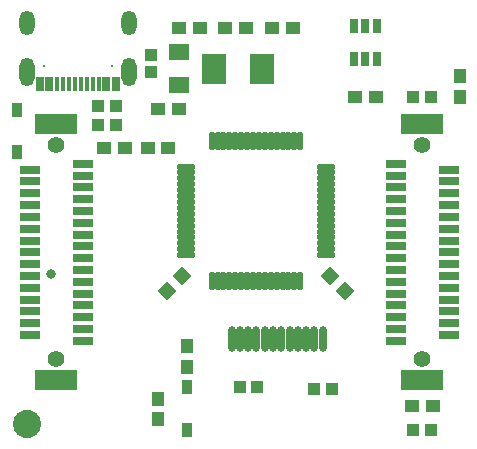
<source format=gbs>
G04*
G04 #@! TF.GenerationSoftware,Altium Limited,Altium Designer,21.2.1 (34)*
G04*
G04 Layer_Color=16711935*
%FSLAX25Y25*%
%MOIN*%
G70*
G04*
G04 #@! TF.SameCoordinates,2553E21A-E740-48D2-A68A-D9BBB884D7A6*
G04*
G04*
G04 #@! TF.FilePolarity,Negative*
G04*
G01*
G75*
%ADD32R,0.03950X0.04147*%
%ADD33R,0.04600X0.04300*%
%ADD37C,0.00800*%
%ADD38O,0.05120X0.09460*%
%ADD39O,0.05120X0.08270*%
%ADD40C,0.05600*%
%ADD41C,0.09400*%
%ADD42C,0.03300*%
%ADD65R,0.02754X0.04924*%
%ADD66R,0.01574X0.04924*%
%ADD67R,0.04147X0.03950*%
%ADD68R,0.14186X0.06706*%
%ADD69R,0.06706X0.03162*%
%ADD70R,0.04300X0.04600*%
%ADD71R,0.02572X0.04737*%
G04:AMPARAMS|DCode=72|XSize=46mil|YSize=43mil|CornerRadius=0mil|HoleSize=0mil|Usage=FLASHONLY|Rotation=45.000|XOffset=0mil|YOffset=0mil|HoleType=Round|Shape=Rectangle|*
%AMROTATEDRECTD72*
4,1,4,-0.00106,-0.03147,-0.03147,-0.00106,0.00106,0.03147,0.03147,0.00106,-0.00106,-0.03147,0.0*
%
%ADD72ROTATEDRECTD72*%

%ADD73R,0.03753X0.04737*%
%ADD74O,0.01981X0.06312*%
%ADD75O,0.06312X0.01981*%
%ADD76O,0.02375X0.08674*%
G04:AMPARAMS|DCode=77|XSize=46mil|YSize=43mil|CornerRadius=0mil|HoleSize=0mil|Usage=FLASHONLY|Rotation=315.000|XOffset=0mil|YOffset=0mil|HoleType=Round|Shape=Rectangle|*
%AMROTATEDRECTD77*
4,1,4,-0.03147,0.00106,-0.00106,0.03147,0.03147,-0.00106,0.00106,-0.03147,-0.03147,0.00106,0.0*
%
%ADD77ROTATEDRECTD77*%

%ADD78R,0.07880X0.09850*%
%ADD79R,0.06706X0.05524*%
D32*
X451626Y199000D02*
D03*
X457374D02*
D03*
X346626Y307000D02*
D03*
X352374D02*
D03*
X451626Y310000D02*
D03*
X457374D02*
D03*
X352374Y300500D02*
D03*
X346626D02*
D03*
X399563Y213173D02*
D03*
X393815D02*
D03*
X424366Y212563D02*
D03*
X418618D02*
D03*
D33*
X432100Y310000D02*
D03*
X439000D02*
D03*
X348500Y293000D02*
D03*
X355400D02*
D03*
X404477Y332863D02*
D03*
X411377D02*
D03*
X458000Y207000D02*
D03*
X451100D02*
D03*
X369900Y293000D02*
D03*
X363000D02*
D03*
X395737Y332863D02*
D03*
X388837Y332863D02*
D03*
X380362D02*
D03*
X373462D02*
D03*
X366562Y305859D02*
D03*
X373462Y305859D02*
D03*
D37*
X351157Y320363D02*
D03*
X328401D02*
D03*
D38*
X322768Y318276D02*
D03*
X356788D02*
D03*
D39*
Y334606D02*
D03*
X322768D02*
D03*
D40*
X332610Y293788D02*
D03*
Y222528D02*
D03*
X454658Y293788D02*
D03*
Y222528D02*
D03*
D41*
X322768Y200874D02*
D03*
D42*
X330821Y250821D02*
D03*
D65*
X352378Y314126D02*
D03*
X349228D02*
D03*
X330328Y314136D02*
D03*
X327178D02*
D03*
D66*
X346668Y314126D02*
D03*
X344698D02*
D03*
X342728D02*
D03*
X340758D02*
D03*
X338798D02*
D03*
X336828D02*
D03*
X334858Y314116D02*
D03*
X332888Y314126D02*
D03*
D67*
X364300Y318226D02*
D03*
Y323974D02*
D03*
D68*
X332611Y300875D02*
D03*
Y215442D02*
D03*
X454657Y300874D02*
D03*
Y215441D02*
D03*
D69*
X341469Y228630D02*
D03*
X323752Y230599D02*
D03*
X341469Y232568D02*
D03*
X323752Y234536D02*
D03*
X341469Y236505D02*
D03*
X323752Y238473D02*
D03*
X341469Y240441D02*
D03*
X323752Y242410D02*
D03*
X341469Y244378D02*
D03*
X323752Y246347D02*
D03*
X341469Y248316D02*
D03*
X323752Y250284D02*
D03*
X341469Y252253D02*
D03*
X323752Y254221D02*
D03*
X341469Y256190D02*
D03*
X323752Y258158D02*
D03*
X341469Y260127D02*
D03*
X323752Y262095D02*
D03*
X341469Y264064D02*
D03*
X323752Y266032D02*
D03*
X341469Y268001D02*
D03*
X323752Y269969D02*
D03*
X341469Y271938D02*
D03*
X323752Y273906D02*
D03*
X341469Y275875D02*
D03*
X323752Y277843D02*
D03*
X341469Y279812D02*
D03*
X323752Y281780D02*
D03*
X341469Y283749D02*
D03*
X323752Y285717D02*
D03*
X341469Y287686D02*
D03*
X445799Y228630D02*
D03*
X463515Y230598D02*
D03*
X445799Y232567D02*
D03*
X463515Y234535D02*
D03*
X445799Y236504D02*
D03*
X463515Y238472D02*
D03*
X445799Y240441D02*
D03*
X463515Y242409D02*
D03*
X445799Y244378D02*
D03*
X463515Y246346D02*
D03*
X445799Y248315D02*
D03*
X463515Y250283D02*
D03*
X445799Y252252D02*
D03*
X463515Y254220D02*
D03*
X445799Y256189D02*
D03*
X463515Y258157D02*
D03*
X445799Y260126D02*
D03*
X463515Y262094D02*
D03*
X445799Y264063D02*
D03*
X463515Y266031D02*
D03*
X445799Y268000D02*
D03*
X463515Y269968D02*
D03*
X445799Y271937D02*
D03*
X463515Y273905D02*
D03*
X445799Y275874D02*
D03*
X463515Y277842D02*
D03*
X445799Y279811D02*
D03*
X463515Y281779D02*
D03*
X445799Y283748D02*
D03*
X463515Y285716D02*
D03*
X445799Y287685D02*
D03*
D70*
X366500Y202500D02*
D03*
Y209400D02*
D03*
X467000Y316900D02*
D03*
Y310000D02*
D03*
X376000Y226900D02*
D03*
Y220000D02*
D03*
D71*
X431860Y333500D02*
D03*
X435600Y333500D02*
D03*
X439340Y333500D02*
D03*
X439340Y322500D02*
D03*
X435600D02*
D03*
X431860D02*
D03*
D72*
X369516Y245382D02*
D03*
X374395Y250262D02*
D03*
D73*
X319500Y291500D02*
D03*
Y305673D02*
D03*
X376000Y199000D02*
D03*
Y213173D02*
D03*
D74*
X384395Y295218D02*
D03*
X386363D02*
D03*
X388332D02*
D03*
X390300D02*
D03*
X392269D02*
D03*
X394237D02*
D03*
X396206D02*
D03*
X398174D02*
D03*
X400143D02*
D03*
X402111D02*
D03*
X404080D02*
D03*
X406048D02*
D03*
X408017D02*
D03*
X409985D02*
D03*
X411954Y295218D02*
D03*
X413922D02*
D03*
X413922Y248762D02*
D03*
X411954D02*
D03*
X409985Y248762D02*
D03*
X408017Y248762D02*
D03*
X406048Y248762D02*
D03*
X404080D02*
D03*
X402111D02*
D03*
X400143D02*
D03*
X398174D02*
D03*
X396206D02*
D03*
X394237D02*
D03*
X392269D02*
D03*
X390300D02*
D03*
X388332D02*
D03*
X386363D02*
D03*
X384395D02*
D03*
D75*
X422387Y286754D02*
D03*
Y284785D02*
D03*
Y282817D02*
D03*
X422387Y280848D02*
D03*
X422387Y278880D02*
D03*
Y276911D02*
D03*
X422387Y274943D02*
D03*
Y272974D02*
D03*
Y271006D02*
D03*
Y269037D02*
D03*
Y267069D02*
D03*
Y265100D02*
D03*
X422387Y263132D02*
D03*
X422387Y261163D02*
D03*
X422387Y259195D02*
D03*
Y257226D02*
D03*
X375930D02*
D03*
Y259195D02*
D03*
Y261163D02*
D03*
X375930Y263132D02*
D03*
X375930Y265100D02*
D03*
Y267069D02*
D03*
Y269037D02*
D03*
Y271006D02*
D03*
Y272974D02*
D03*
Y274943D02*
D03*
Y276911D02*
D03*
Y278880D02*
D03*
X375930Y280848D02*
D03*
X375930Y282817D02*
D03*
X375930Y284785D02*
D03*
Y286754D02*
D03*
D76*
X404839Y229338D02*
D03*
X396571D02*
D03*
X413106D02*
D03*
X421374D02*
D03*
X393815D02*
D03*
X391059D02*
D03*
X402083D02*
D03*
X399327D02*
D03*
X410350D02*
D03*
X407594D02*
D03*
X415862D02*
D03*
X418618D02*
D03*
D77*
X428801Y245382D02*
D03*
X423922Y250262D02*
D03*
D78*
X401323Y319384D02*
D03*
X385183Y319384D02*
D03*
D79*
X373462Y324873D02*
D03*
X373462Y313849D02*
D03*
M02*

</source>
